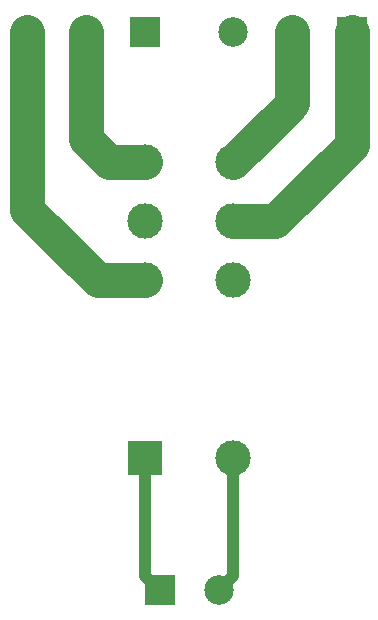
<source format=gbl>
%TF.GenerationSoftware,KiCad,Pcbnew,5.1.9*%
%TF.CreationDate,2021-02-07T17:47:43+01:00*%
%TF.ProjectId,relay_terminal,72656c61-795f-4746-9572-6d696e616c2e,rev?*%
%TF.SameCoordinates,Original*%
%TF.FileFunction,Copper,L2,Bot*%
%TF.FilePolarity,Positive*%
%FSLAX46Y46*%
G04 Gerber Fmt 4.6, Leading zero omitted, Abs format (unit mm)*
G04 Created by KiCad (PCBNEW 5.1.9) date 2021-02-07 17:47:43*
%MOMM*%
%LPD*%
G01*
G04 APERTURE LIST*
%TA.AperFunction,ComponentPad*%
%ADD10C,3.000000*%
%TD*%
%TA.AperFunction,ComponentPad*%
%ADD11R,3.000000X3.000000*%
%TD*%
%TA.AperFunction,ComponentPad*%
%ADD12C,2.500000*%
%TD*%
%TA.AperFunction,ComponentPad*%
%ADD13R,2.500000X2.500000*%
%TD*%
%TA.AperFunction,Conductor*%
%ADD14C,1.000000*%
%TD*%
%TA.AperFunction,Conductor*%
%ADD15C,3.000000*%
%TD*%
G04 APERTURE END LIST*
D10*
%TO.P,K1,14*%
%TO.N,/P1-NO*%
X141000000Y-49000000D03*
%TO.P,K1,21*%
%TO.N,/P2-Common*%
X148500000Y-54000000D03*
%TO.P,K1,12*%
%TO.N,/P1-NC*%
X141000000Y-59000000D03*
%TO.P,K1,22*%
%TO.N,/P2-NC*%
X148500000Y-59000000D03*
%TO.P,K1,24*%
%TO.N,/P2-NO*%
X148500000Y-49000000D03*
%TO.P,K1,11*%
%TO.N,/P1-Common*%
X141000000Y-54000000D03*
%TO.P,K1,A2*%
%TO.N,/Coil2*%
X148500000Y-74000000D03*
D11*
%TO.P,K1,A1*%
%TO.N,/Coil1*%
X141000000Y-74000000D03*
%TD*%
D12*
%TO.P,J3,3*%
%TO.N,/P2-NC*%
X148500000Y-38000000D03*
%TO.P,J3,2*%
%TO.N,/P2-NO*%
X153500000Y-38000000D03*
D13*
%TO.P,J3,1*%
%TO.N,/P2-Common*%
X158500000Y-38000000D03*
%TD*%
D12*
%TO.P,J2,3*%
%TO.N,/P1-NC*%
X131000000Y-38000000D03*
%TO.P,J2,2*%
%TO.N,/P1-NO*%
X136000000Y-38000000D03*
D13*
%TO.P,J2,1*%
%TO.N,/P1-Common*%
X141000000Y-38000000D03*
%TD*%
D12*
%TO.P,J1,2*%
%TO.N,/Coil2*%
X147250000Y-85250000D03*
D13*
%TO.P,J1,1*%
%TO.N,/Coil1*%
X142250000Y-85250000D03*
%TD*%
D14*
%TO.N,/Coil2*%
X148499999Y-84000001D02*
X147250000Y-85250000D01*
X148500000Y-74000000D02*
X148499999Y-84000001D01*
%TO.N,/Coil1*%
X141000000Y-84000000D02*
X142250000Y-85250000D01*
X141000000Y-74000000D02*
X141000000Y-84000000D01*
D15*
%TO.N,/P1-NC*%
X141000000Y-59000000D02*
X137000000Y-59000000D01*
X131000000Y-53000000D02*
X131000000Y-38000000D01*
X137000000Y-59000000D02*
X131000000Y-53000000D01*
%TO.N,/P1-NO*%
X136000000Y-38000000D02*
X136000000Y-47000000D01*
X138000000Y-49000000D02*
X141000000Y-49000000D01*
X136000000Y-47000000D02*
X138000000Y-49000000D01*
%TO.N,/P2-NO*%
X148500000Y-49000000D02*
X153000000Y-44500000D01*
X153500000Y-44000000D02*
X153000000Y-44500000D01*
X153500000Y-38000000D02*
X153500000Y-44000000D01*
%TO.N,/P2-Common*%
X152000000Y-54000000D02*
X158500000Y-47500000D01*
X148500000Y-54000000D02*
X152000000Y-54000000D01*
X158500000Y-38000000D02*
X158500000Y-47500000D01*
%TD*%
M02*

</source>
